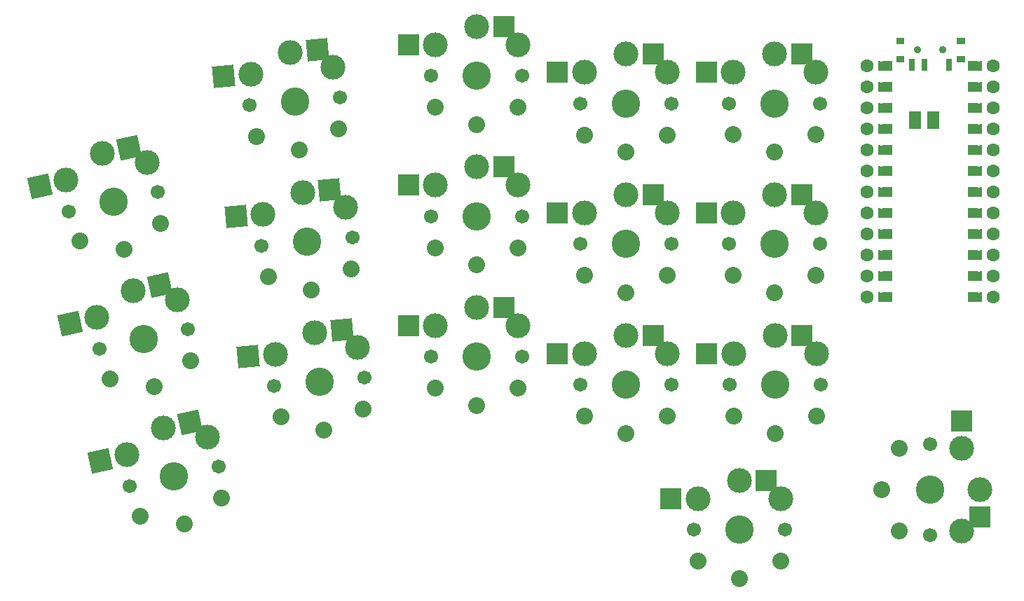
<source format=gbr>
G04 #@! TF.GenerationSoftware,KiCad,Pcbnew,6.0.0-d3dd2cf0fa~116~ubuntu20.04.1*
G04 #@! TF.CreationDate,2022-01-05T19:57:18-05:00*
G04 #@! TF.ProjectId,34_hs,33345f68-732e-46b6-9963-61645f706362,0.1*
G04 #@! TF.SameCoordinates,Original*
G04 #@! TF.FileFunction,Soldermask,Top*
G04 #@! TF.FilePolarity,Negative*
%FSLAX46Y46*%
G04 Gerber Fmt 4.6, Leading zero omitted, Abs format (unit mm)*
G04 Created by KiCad (PCBNEW 6.0.0-d3dd2cf0fa~116~ubuntu20.04.1) date 2022-01-05 19:57:18*
%MOMM*%
%LPD*%
G01*
G04 APERTURE LIST*
G04 Aperture macros list*
%AMRotRect*
0 Rectangle, with rotation*
0 The origin of the aperture is its center*
0 $1 length*
0 $2 width*
0 $3 Rotation angle, in degrees counterclockwise*
0 Add horizontal line*
21,1,$1,$2,0,0,$3*%
%AMFreePoly0*
4,1,6,0.600000,0.200000,0.000000,-0.400000,-0.600000,0.200000,-0.600000,0.400000,0.600000,0.400000,0.600000,0.200000,0.600000,0.200000,$1*%
%AMFreePoly1*
4,1,6,0.600000,-0.250000,-0.600000,-0.250000,-0.600000,1.000000,0.000000,0.400000,0.600000,1.000000,0.600000,-0.250000,0.600000,-0.250000,$1*%
G04 Aperture macros list end*
%ADD10C,0.100000*%
%ADD11C,1.701800*%
%ADD12C,3.000000*%
%ADD13C,3.429000*%
%ADD14C,2.032000*%
%ADD15RotRect,2.600000X2.600000X12.500000*%
%ADD16R,2.600000X2.600000*%
%ADD17C,1.600000*%
%ADD18FreePoly0,90.000000*%
%ADD19FreePoly0,270.000000*%
%ADD20FreePoly1,270.000000*%
%ADD21FreePoly1,90.000000*%
%ADD22RotRect,2.600000X2.600000X5.000000*%
%ADD23C,0.900000*%
G04 APERTURE END LIST*
D10*
X132829702Y-61386557D02*
X132829702Y-63386557D01*
X132829702Y-63386557D02*
X131429702Y-63386557D01*
X131429702Y-63386557D02*
X131429702Y-61386557D01*
X131429702Y-61386557D02*
X132829702Y-61386557D01*
G36*
X132829702Y-63386557D02*
G01*
X131429702Y-63386557D01*
X131429702Y-61386557D01*
X132829702Y-61386557D01*
X132829702Y-63386557D01*
G37*
X132829702Y-63386557D02*
X131429702Y-63386557D01*
X131429702Y-61386557D01*
X132829702Y-61386557D01*
X132829702Y-63386557D01*
X135028260Y-61386557D02*
X135028260Y-63386557D01*
X135028260Y-63386557D02*
X133628260Y-63386557D01*
X133628260Y-63386557D02*
X133628260Y-61386557D01*
X133628260Y-61386557D02*
X135028260Y-61386557D01*
G36*
X135028260Y-63386557D02*
G01*
X133628260Y-63386557D01*
X133628260Y-61386557D01*
X135028260Y-61386557D01*
X135028260Y-63386557D01*
G37*
X135028260Y-63386557D02*
X133628260Y-63386557D01*
X133628260Y-61386557D01*
X135028260Y-61386557D01*
X135028260Y-63386557D01*
X128912099Y-55347003D02*
X128912099Y-56363003D01*
X128912099Y-56363003D02*
X127896099Y-56363003D01*
X127896099Y-56363003D02*
X127896099Y-55347003D01*
X127896099Y-55347003D02*
X128912099Y-55347003D01*
G36*
X128912099Y-56363003D02*
G01*
X127896099Y-56363003D01*
X127896099Y-55347003D01*
X128912099Y-55347003D01*
X128912099Y-56363003D01*
G37*
X128912099Y-56363003D02*
X127896099Y-56363003D01*
X127896099Y-55347003D01*
X128912099Y-55347003D01*
X128912099Y-56363003D01*
X128912099Y-68047003D02*
X128912099Y-69063003D01*
X128912099Y-69063003D02*
X127896099Y-69063003D01*
X127896099Y-69063003D02*
X127896099Y-68047003D01*
X127896099Y-68047003D02*
X128912099Y-68047003D01*
G36*
X128912099Y-69063003D02*
G01*
X127896099Y-69063003D01*
X127896099Y-68047003D01*
X128912099Y-68047003D01*
X128912099Y-69063003D01*
G37*
X128912099Y-69063003D02*
X127896099Y-69063003D01*
X127896099Y-68047003D01*
X128912099Y-68047003D01*
X128912099Y-69063003D01*
X128912099Y-62967003D02*
X128912099Y-63983003D01*
X128912099Y-63983003D02*
X127896099Y-63983003D01*
X127896099Y-63983003D02*
X127896099Y-62967003D01*
X127896099Y-62967003D02*
X128912099Y-62967003D01*
G36*
X128912099Y-63983003D02*
G01*
X127896099Y-63983003D01*
X127896099Y-62967003D01*
X128912099Y-62967003D01*
X128912099Y-63983003D01*
G37*
X128912099Y-63983003D02*
X127896099Y-63983003D01*
X127896099Y-62967003D01*
X128912099Y-62967003D01*
X128912099Y-63983003D01*
X139072099Y-56363003D02*
X139072099Y-55347003D01*
X139072099Y-55347003D02*
X140088099Y-55347003D01*
X140088099Y-55347003D02*
X140088099Y-56363003D01*
X140088099Y-56363003D02*
X139072099Y-56363003D01*
G36*
X140088099Y-56363003D02*
G01*
X139072099Y-56363003D01*
X139072099Y-55347003D01*
X140088099Y-55347003D01*
X140088099Y-56363003D01*
G37*
X140088099Y-56363003D02*
X139072099Y-56363003D01*
X139072099Y-55347003D01*
X140088099Y-55347003D01*
X140088099Y-56363003D01*
X139072099Y-71603003D02*
X139072099Y-70587003D01*
X139072099Y-70587003D02*
X140088099Y-70587003D01*
X140088099Y-70587003D02*
X140088099Y-71603003D01*
X140088099Y-71603003D02*
X139072099Y-71603003D01*
G36*
X140088099Y-71603003D02*
G01*
X139072099Y-71603003D01*
X139072099Y-70587003D01*
X140088099Y-70587003D01*
X140088099Y-71603003D01*
G37*
X140088099Y-71603003D02*
X139072099Y-71603003D01*
X139072099Y-70587003D01*
X140088099Y-70587003D01*
X140088099Y-71603003D01*
X128912099Y-70587003D02*
X128912099Y-71603003D01*
X128912099Y-71603003D02*
X127896099Y-71603003D01*
X127896099Y-71603003D02*
X127896099Y-70587003D01*
X127896099Y-70587003D02*
X128912099Y-70587003D01*
G36*
X128912099Y-71603003D02*
G01*
X127896099Y-71603003D01*
X127896099Y-70587003D01*
X128912099Y-70587003D01*
X128912099Y-71603003D01*
G37*
X128912099Y-71603003D02*
X127896099Y-71603003D01*
X127896099Y-70587003D01*
X128912099Y-70587003D01*
X128912099Y-71603003D01*
X139072099Y-76683003D02*
X139072099Y-75667003D01*
X139072099Y-75667003D02*
X140088099Y-75667003D01*
X140088099Y-75667003D02*
X140088099Y-76683003D01*
X140088099Y-76683003D02*
X139072099Y-76683003D01*
G36*
X140088099Y-76683003D02*
G01*
X139072099Y-76683003D01*
X139072099Y-75667003D01*
X140088099Y-75667003D01*
X140088099Y-76683003D01*
G37*
X140088099Y-76683003D02*
X139072099Y-76683003D01*
X139072099Y-75667003D01*
X140088099Y-75667003D01*
X140088099Y-76683003D01*
X139072099Y-69063003D02*
X139072099Y-68047003D01*
X139072099Y-68047003D02*
X140088099Y-68047003D01*
X140088099Y-68047003D02*
X140088099Y-69063003D01*
X140088099Y-69063003D02*
X139072099Y-69063003D01*
G36*
X140088099Y-69063003D02*
G01*
X139072099Y-69063003D01*
X139072099Y-68047003D01*
X140088099Y-68047003D01*
X140088099Y-69063003D01*
G37*
X140088099Y-69063003D02*
X139072099Y-69063003D01*
X139072099Y-68047003D01*
X140088099Y-68047003D01*
X140088099Y-69063003D01*
X128912099Y-75667003D02*
X128912099Y-76683003D01*
X128912099Y-76683003D02*
X127896099Y-76683003D01*
X127896099Y-76683003D02*
X127896099Y-75667003D01*
X127896099Y-75667003D02*
X128912099Y-75667003D01*
G36*
X128912099Y-76683003D02*
G01*
X127896099Y-76683003D01*
X127896099Y-75667003D01*
X128912099Y-75667003D01*
X128912099Y-76683003D01*
G37*
X128912099Y-76683003D02*
X127896099Y-76683003D01*
X127896099Y-75667003D01*
X128912099Y-75667003D01*
X128912099Y-76683003D01*
X128912099Y-57887003D02*
X128912099Y-58903003D01*
X128912099Y-58903003D02*
X127896099Y-58903003D01*
X127896099Y-58903003D02*
X127896099Y-57887003D01*
X127896099Y-57887003D02*
X128912099Y-57887003D01*
G36*
X128912099Y-58903003D02*
G01*
X127896099Y-58903003D01*
X127896099Y-57887003D01*
X128912099Y-57887003D01*
X128912099Y-58903003D01*
G37*
X128912099Y-58903003D02*
X127896099Y-58903003D01*
X127896099Y-57887003D01*
X128912099Y-57887003D01*
X128912099Y-58903003D01*
X139072099Y-61443003D02*
X139072099Y-60427003D01*
X139072099Y-60427003D02*
X140088099Y-60427003D01*
X140088099Y-60427003D02*
X140088099Y-61443003D01*
X140088099Y-61443003D02*
X139072099Y-61443003D01*
G36*
X140088099Y-61443003D02*
G01*
X139072099Y-61443003D01*
X139072099Y-60427003D01*
X140088099Y-60427003D01*
X140088099Y-61443003D01*
G37*
X140088099Y-61443003D02*
X139072099Y-61443003D01*
X139072099Y-60427003D01*
X140088099Y-60427003D01*
X140088099Y-61443003D01*
X128912099Y-73127003D02*
X128912099Y-74143003D01*
X128912099Y-74143003D02*
X127896099Y-74143003D01*
X127896099Y-74143003D02*
X127896099Y-73127003D01*
X127896099Y-73127003D02*
X128912099Y-73127003D01*
G36*
X128912099Y-74143003D02*
G01*
X127896099Y-74143003D01*
X127896099Y-73127003D01*
X128912099Y-73127003D01*
X128912099Y-74143003D01*
G37*
X128912099Y-74143003D02*
X127896099Y-74143003D01*
X127896099Y-73127003D01*
X128912099Y-73127003D01*
X128912099Y-74143003D01*
X139072099Y-66523003D02*
X139072099Y-65507003D01*
X139072099Y-65507003D02*
X140088099Y-65507003D01*
X140088099Y-65507003D02*
X140088099Y-66523003D01*
X140088099Y-66523003D02*
X139072099Y-66523003D01*
G36*
X140088099Y-66523003D02*
G01*
X139072099Y-66523003D01*
X139072099Y-65507003D01*
X140088099Y-65507003D01*
X140088099Y-66523003D01*
G37*
X140088099Y-66523003D02*
X139072099Y-66523003D01*
X139072099Y-65507003D01*
X140088099Y-65507003D01*
X140088099Y-66523003D01*
X128912099Y-60427003D02*
X128912099Y-61443003D01*
X128912099Y-61443003D02*
X127896099Y-61443003D01*
X127896099Y-61443003D02*
X127896099Y-60427003D01*
X127896099Y-60427003D02*
X128912099Y-60427003D01*
G36*
X128912099Y-61443003D02*
G01*
X127896099Y-61443003D01*
X127896099Y-60427003D01*
X128912099Y-60427003D01*
X128912099Y-61443003D01*
G37*
X128912099Y-61443003D02*
X127896099Y-61443003D01*
X127896099Y-60427003D01*
X128912099Y-60427003D01*
X128912099Y-61443003D01*
X128912099Y-80747003D02*
X128912099Y-81763003D01*
X128912099Y-81763003D02*
X127896099Y-81763003D01*
X127896099Y-81763003D02*
X127896099Y-80747003D01*
X127896099Y-80747003D02*
X128912099Y-80747003D01*
G36*
X128912099Y-81763003D02*
G01*
X127896099Y-81763003D01*
X127896099Y-80747003D01*
X128912099Y-80747003D01*
X128912099Y-81763003D01*
G37*
X128912099Y-81763003D02*
X127896099Y-81763003D01*
X127896099Y-80747003D01*
X128912099Y-80747003D01*
X128912099Y-81763003D01*
X139072099Y-58903003D02*
X139072099Y-57887003D01*
X139072099Y-57887003D02*
X140088099Y-57887003D01*
X140088099Y-57887003D02*
X140088099Y-58903003D01*
X140088099Y-58903003D02*
X139072099Y-58903003D01*
G36*
X140088099Y-58903003D02*
G01*
X139072099Y-58903003D01*
X139072099Y-57887003D01*
X140088099Y-57887003D01*
X140088099Y-58903003D01*
G37*
X140088099Y-58903003D02*
X139072099Y-58903003D01*
X139072099Y-57887003D01*
X140088099Y-57887003D01*
X140088099Y-58903003D01*
X139072099Y-79223003D02*
X139072099Y-78207003D01*
X139072099Y-78207003D02*
X140088099Y-78207003D01*
X140088099Y-78207003D02*
X140088099Y-79223003D01*
X140088099Y-79223003D02*
X139072099Y-79223003D01*
G36*
X140088099Y-79223003D02*
G01*
X139072099Y-79223003D01*
X139072099Y-78207003D01*
X140088099Y-78207003D01*
X140088099Y-79223003D01*
G37*
X140088099Y-79223003D02*
X139072099Y-79223003D01*
X139072099Y-78207003D01*
X140088099Y-78207003D01*
X140088099Y-79223003D01*
X139072099Y-84303003D02*
X139072099Y-83287003D01*
X139072099Y-83287003D02*
X140088099Y-83287003D01*
X140088099Y-83287003D02*
X140088099Y-84303003D01*
X140088099Y-84303003D02*
X139072099Y-84303003D01*
G36*
X140088099Y-84303003D02*
G01*
X139072099Y-84303003D01*
X139072099Y-83287003D01*
X140088099Y-83287003D01*
X140088099Y-84303003D01*
G37*
X140088099Y-84303003D02*
X139072099Y-84303003D01*
X139072099Y-83287003D01*
X140088099Y-83287003D01*
X140088099Y-84303003D01*
X139072099Y-74143003D02*
X139072099Y-73127003D01*
X139072099Y-73127003D02*
X140088099Y-73127003D01*
X140088099Y-73127003D02*
X140088099Y-74143003D01*
X140088099Y-74143003D02*
X139072099Y-74143003D01*
G36*
X140088099Y-74143003D02*
G01*
X139072099Y-74143003D01*
X139072099Y-73127003D01*
X140088099Y-73127003D01*
X140088099Y-74143003D01*
G37*
X140088099Y-74143003D02*
X139072099Y-74143003D01*
X139072099Y-73127003D01*
X140088099Y-73127003D01*
X140088099Y-74143003D01*
X128912099Y-83287003D02*
X128912099Y-84303003D01*
X128912099Y-84303003D02*
X127896099Y-84303003D01*
X127896099Y-84303003D02*
X127896099Y-83287003D01*
X127896099Y-83287003D02*
X128912099Y-83287003D01*
G36*
X128912099Y-84303003D02*
G01*
X127896099Y-84303003D01*
X127896099Y-83287003D01*
X128912099Y-83287003D01*
X128912099Y-84303003D01*
G37*
X128912099Y-84303003D02*
X127896099Y-84303003D01*
X127896099Y-83287003D01*
X128912099Y-83287003D01*
X128912099Y-84303003D01*
X139072099Y-81763003D02*
X139072099Y-80747003D01*
X139072099Y-80747003D02*
X140088099Y-80747003D01*
X140088099Y-80747003D02*
X140088099Y-81763003D01*
X140088099Y-81763003D02*
X139072099Y-81763003D01*
G36*
X140088099Y-81763003D02*
G01*
X139072099Y-81763003D01*
X139072099Y-80747003D01*
X140088099Y-80747003D01*
X140088099Y-81763003D01*
G37*
X140088099Y-81763003D02*
X139072099Y-81763003D01*
X139072099Y-80747003D01*
X140088099Y-80747003D01*
X140088099Y-81763003D01*
X139072099Y-63983003D02*
X139072099Y-62967003D01*
X139072099Y-62967003D02*
X140088099Y-62967003D01*
X140088099Y-62967003D02*
X140088099Y-63983003D01*
X140088099Y-63983003D02*
X139072099Y-63983003D01*
G36*
X140088099Y-63983003D02*
G01*
X139072099Y-63983003D01*
X139072099Y-62967003D01*
X140088099Y-62967003D01*
X140088099Y-63983003D01*
G37*
X140088099Y-63983003D02*
X139072099Y-63983003D01*
X139072099Y-62967003D01*
X140088099Y-62967003D01*
X140088099Y-63983003D01*
X128912099Y-78207003D02*
X128912099Y-79223003D01*
X128912099Y-79223003D02*
X127896099Y-79223003D01*
X127896099Y-79223003D02*
X127896099Y-78207003D01*
X127896099Y-78207003D02*
X128912099Y-78207003D01*
G36*
X128912099Y-79223003D02*
G01*
X127896099Y-79223003D01*
X127896099Y-78207003D01*
X128912099Y-78207003D01*
X128912099Y-79223003D01*
G37*
X128912099Y-79223003D02*
X127896099Y-79223003D01*
X127896099Y-78207003D01*
X128912099Y-78207003D01*
X128912099Y-79223003D01*
X128912099Y-65507003D02*
X128912099Y-66523003D01*
X128912099Y-66523003D02*
X127896099Y-66523003D01*
X127896099Y-66523003D02*
X127896099Y-65507003D01*
X127896099Y-65507003D02*
X128912099Y-65507003D01*
G36*
X128912099Y-66523003D02*
G01*
X127896099Y-66523003D01*
X127896099Y-65507003D01*
X128912099Y-65507003D01*
X128912099Y-66523003D01*
G37*
X128912099Y-66523003D02*
X127896099Y-66523003D01*
X127896099Y-65507003D01*
X128912099Y-65507003D01*
X128912099Y-66523003D01*
X136550576Y-55011813D02*
X136550576Y-56411813D01*
X136550576Y-56411813D02*
X135950576Y-56411813D01*
X135950576Y-56411813D02*
X135950576Y-55011813D01*
X135950576Y-55011813D02*
X136550576Y-55011813D01*
G36*
X136550576Y-56411813D02*
G01*
X135950576Y-56411813D01*
X135950576Y-55011813D01*
X136550576Y-55011813D01*
X136550576Y-56411813D01*
G37*
X136550576Y-56411813D02*
X135950576Y-56411813D01*
X135950576Y-55011813D01*
X136550576Y-55011813D01*
X136550576Y-56411813D01*
X130800576Y-52511813D02*
X130800576Y-53211813D01*
X130800576Y-53211813D02*
X129900576Y-53211813D01*
X129900576Y-53211813D02*
X129900576Y-52511813D01*
X129900576Y-52511813D02*
X130800576Y-52511813D01*
G36*
X130800576Y-53211813D02*
G01*
X129900576Y-53211813D01*
X129900576Y-52511813D01*
X130800576Y-52511813D01*
X130800576Y-53211813D01*
G37*
X130800576Y-53211813D02*
X129900576Y-53211813D01*
X129900576Y-52511813D01*
X130800576Y-52511813D01*
X130800576Y-53211813D01*
X133550576Y-55011813D02*
X133550576Y-56411813D01*
X133550576Y-56411813D02*
X132950576Y-56411813D01*
X132950576Y-56411813D02*
X132950576Y-55011813D01*
X132950576Y-55011813D02*
X133550576Y-55011813D01*
G36*
X133550576Y-56411813D02*
G01*
X132950576Y-56411813D01*
X132950576Y-55011813D01*
X133550576Y-55011813D01*
X133550576Y-56411813D01*
G37*
X133550576Y-56411813D02*
X132950576Y-56411813D01*
X132950576Y-55011813D01*
X133550576Y-55011813D01*
X133550576Y-56411813D01*
X138100576Y-54711813D02*
X138100576Y-55411813D01*
X138100576Y-55411813D02*
X137200576Y-55411813D01*
X137200576Y-55411813D02*
X137200576Y-54711813D01*
X137200576Y-54711813D02*
X138100576Y-54711813D01*
G36*
X138100576Y-55411813D02*
G01*
X137200576Y-55411813D01*
X137200576Y-54711813D01*
X138100576Y-54711813D01*
X138100576Y-55411813D01*
G37*
X138100576Y-55411813D02*
X137200576Y-55411813D01*
X137200576Y-54711813D01*
X138100576Y-54711813D01*
X138100576Y-55411813D01*
X138100576Y-52511813D02*
X138100576Y-53211813D01*
X138100576Y-53211813D02*
X137200576Y-53211813D01*
X137200576Y-53211813D02*
X137200576Y-52511813D01*
X137200576Y-52511813D02*
X138100576Y-52511813D01*
G36*
X138100576Y-53211813D02*
G01*
X137200576Y-53211813D01*
X137200576Y-52511813D01*
X138100576Y-52511813D01*
X138100576Y-53211813D01*
G37*
X138100576Y-53211813D02*
X137200576Y-53211813D01*
X137200576Y-52511813D01*
X138100576Y-52511813D01*
X138100576Y-53211813D01*
X132050576Y-55011813D02*
X132050576Y-56411813D01*
X132050576Y-56411813D02*
X131450576Y-56411813D01*
X131450576Y-56411813D02*
X131450576Y-55011813D01*
X131450576Y-55011813D02*
X132050576Y-55011813D01*
G36*
X132050576Y-56411813D02*
G01*
X131450576Y-56411813D01*
X131450576Y-55011813D01*
X132050576Y-55011813D01*
X132050576Y-56411813D01*
G37*
X132050576Y-56411813D02*
X131450576Y-56411813D01*
X131450576Y-55011813D01*
X132050576Y-55011813D01*
X132050576Y-56411813D01*
X130800576Y-54711813D02*
X130800576Y-55411813D01*
X130800576Y-55411813D02*
X129900576Y-55411813D01*
X129900576Y-55411813D02*
X129900576Y-54711813D01*
X129900576Y-54711813D02*
X130800576Y-54711813D01*
G36*
X130800576Y-55411813D02*
G01*
X129900576Y-55411813D01*
X129900576Y-54711813D01*
X130800576Y-54711813D01*
X130800576Y-55411813D01*
G37*
X130800576Y-55411813D02*
X129900576Y-55411813D01*
X129900576Y-54711813D01*
X130800576Y-54711813D01*
X130800576Y-55411813D01*
D11*
X44358628Y-87709582D03*
D12*
X43058831Y-84156692D03*
X33295871Y-86321088D03*
D13*
X38989000Y-88900000D03*
D12*
X37701184Y-83091039D03*
D11*
X33619372Y-90090418D03*
D14*
X40265994Y-94660146D03*
D15*
X40898554Y-82382199D03*
X30098502Y-87029928D03*
D14*
X44692951Y-91527727D03*
X34929990Y-93692123D03*
D11*
X40679152Y-71112557D03*
D12*
X29616395Y-69724063D03*
D11*
X29939896Y-73493393D03*
D12*
X39379355Y-67559667D03*
X34021708Y-66494014D03*
D13*
X35309524Y-72302975D03*
D15*
X37219078Y-65785174D03*
D14*
X36586518Y-78063121D03*
D15*
X26419026Y-70432903D03*
D14*
X31250514Y-77095098D03*
X41013475Y-74930702D03*
D11*
X84744393Y-57058851D03*
D12*
X74244393Y-53308851D03*
X79244393Y-51108851D03*
X84244393Y-53308851D03*
D11*
X73744393Y-57058851D03*
D13*
X79244393Y-57058851D03*
D14*
X79244393Y-62958851D03*
D16*
X82519393Y-51108851D03*
D14*
X74244393Y-60858851D03*
X84244393Y-60858851D03*
D16*
X70969393Y-53308851D03*
D12*
X115225004Y-71474999D03*
X110225004Y-73674999D03*
D11*
X109725004Y-77424999D03*
D13*
X115225004Y-77424999D03*
D11*
X120725004Y-77424999D03*
D12*
X120225004Y-73674999D03*
D16*
X118500004Y-71474999D03*
D14*
X115225004Y-83324999D03*
X120225004Y-81224999D03*
D16*
X106950004Y-73674999D03*
D14*
X110225004Y-81224999D03*
D13*
X115225000Y-60425000D03*
D11*
X109725000Y-60425000D03*
D12*
X120225000Y-56675000D03*
X110225000Y-56675000D03*
D11*
X120725000Y-60425000D03*
D12*
X115225000Y-54475000D03*
D16*
X118500000Y-54475000D03*
D14*
X115225000Y-66325000D03*
D16*
X106950000Y-56675000D03*
D14*
X120225000Y-64225000D03*
X110225000Y-64225000D03*
D17*
X126372099Y-55855003D03*
X141612099Y-66015003D03*
D18*
X128150099Y-63475003D03*
D19*
X139834099Y-73635003D03*
D17*
X141612099Y-60935003D03*
X126372099Y-63475003D03*
X126372099Y-68555003D03*
D18*
X128150099Y-78715003D03*
X128150099Y-83795003D03*
D17*
X141612099Y-71095003D03*
D18*
X128150099Y-76175003D03*
D17*
X141612099Y-83795003D03*
D19*
X139834099Y-78715003D03*
D18*
X128150099Y-68555003D03*
X128150099Y-71095003D03*
D17*
X126372099Y-58395003D03*
X141612099Y-76175003D03*
D18*
X128150099Y-55855003D03*
D17*
X141612099Y-68555003D03*
X141612099Y-55855003D03*
D18*
X128150099Y-58395003D03*
X128150099Y-81255003D03*
D19*
X139834099Y-81255003D03*
D17*
X141612099Y-73635003D03*
X141612099Y-63475003D03*
X126372099Y-60935003D03*
D18*
X128150099Y-66015003D03*
D19*
X139834099Y-71095003D03*
D17*
X126372099Y-81255003D03*
X126372099Y-71095003D03*
D18*
X128150099Y-60935003D03*
D17*
X126372099Y-78715003D03*
D19*
X139834099Y-66015003D03*
D17*
X141612099Y-58395003D03*
D19*
X139834099Y-60935003D03*
D17*
X126372099Y-66015003D03*
D19*
X139834099Y-63475003D03*
D17*
X126372099Y-76175003D03*
D19*
X139834099Y-58395003D03*
D17*
X126372099Y-83795003D03*
D19*
X139834099Y-55855003D03*
D17*
X126372099Y-73635003D03*
D19*
X139834099Y-76175003D03*
D17*
X141612099Y-81255003D03*
D19*
X139834099Y-83795003D03*
D18*
X128150099Y-73635003D03*
D19*
X139834099Y-68555003D03*
D17*
X141612099Y-78715003D03*
D20*
X138818099Y-55855003D03*
X138818099Y-58395003D03*
X138818099Y-60935003D03*
X138818099Y-63475003D03*
X138818099Y-66015003D03*
X138818099Y-68555003D03*
X138818099Y-71095003D03*
X138818099Y-73635003D03*
X138818099Y-76175003D03*
X138818099Y-78715003D03*
X138818099Y-81255003D03*
X138818099Y-83795003D03*
D21*
X129166099Y-83795003D03*
X129166099Y-81255003D03*
X129166099Y-78715003D03*
X129166099Y-76175003D03*
X129166099Y-73635003D03*
X129166099Y-71095003D03*
X129166099Y-68555003D03*
X129166099Y-66015003D03*
X129166099Y-63475003D03*
X129166099Y-60935003D03*
X129166099Y-58395003D03*
X129166099Y-55855003D03*
D13*
X97233093Y-94427566D03*
D12*
X92233093Y-90677566D03*
D11*
X102733093Y-94427566D03*
D12*
X97233093Y-88477566D03*
X102233093Y-90677566D03*
D11*
X91733093Y-94427566D03*
D14*
X97233093Y-100327566D03*
D16*
X100508093Y-88477566D03*
X88958093Y-90677566D03*
D14*
X92233093Y-98227566D03*
X102233093Y-98227566D03*
D12*
X92233093Y-73677564D03*
X97233093Y-71477564D03*
D11*
X102733093Y-77427564D03*
D13*
X97233093Y-77427564D03*
D12*
X102233093Y-73677564D03*
D11*
X91733093Y-77427564D03*
D14*
X97233093Y-83327564D03*
D16*
X100508093Y-71477564D03*
D14*
X102233093Y-81227564D03*
X92233093Y-81227564D03*
D16*
X88958093Y-73677564D03*
D13*
X134025000Y-107096575D03*
D12*
X137775000Y-102096575D03*
X139975000Y-107096575D03*
X137775000Y-112096575D03*
D11*
X134025000Y-112596575D03*
X134025000Y-101596575D03*
D16*
X139975000Y-110371575D03*
D14*
X128125000Y-107096575D03*
X130225000Y-112096575D03*
D16*
X137775000Y-98821575D03*
D14*
X130225000Y-102096575D03*
D11*
X102733086Y-60427567D03*
D12*
X97233086Y-54477567D03*
D11*
X91733086Y-60427567D03*
D12*
X92233086Y-56677567D03*
X102233086Y-56677567D03*
D13*
X97233086Y-60427567D03*
D14*
X97233086Y-66327567D03*
D16*
X100508086Y-54477567D03*
D14*
X92233086Y-64227567D03*
X102233086Y-64227567D03*
D16*
X88958086Y-56677567D03*
D13*
X110925000Y-111925000D03*
D12*
X110925000Y-105975000D03*
X105925000Y-108175000D03*
X115925000Y-108175000D03*
D11*
X116425000Y-111925000D03*
X105425000Y-111925000D03*
D14*
X110925000Y-117825000D03*
D16*
X114200000Y-105975000D03*
D14*
X105925000Y-115725000D03*
X115925000Y-115725000D03*
D16*
X102650000Y-108175000D03*
D12*
X59683573Y-88133851D03*
D11*
X54723079Y-94540566D03*
D12*
X64856289Y-89889700D03*
X54894342Y-90761258D03*
D11*
X65681221Y-93581852D03*
D13*
X60202150Y-94061209D03*
D22*
X62946111Y-87848415D03*
D14*
X60716369Y-99938758D03*
X55552368Y-98282528D03*
X65514315Y-97410970D03*
D22*
X51631805Y-91046693D03*
D13*
X79244382Y-91058862D03*
D11*
X84744382Y-91058862D03*
D12*
X79244382Y-85108862D03*
X74244382Y-87308862D03*
X84244382Y-87308862D03*
D11*
X73744382Y-91058862D03*
D14*
X79244382Y-96958862D03*
D16*
X82519382Y-85108862D03*
D14*
X84244382Y-94858862D03*
X74244382Y-94858862D03*
D16*
X70969382Y-87308862D03*
D12*
X53412694Y-73825950D03*
X58201925Y-71198543D03*
D11*
X53241431Y-77605258D03*
X64199573Y-76646544D03*
D13*
X58720502Y-77125901D03*
D12*
X63374641Y-72954392D03*
D14*
X59234721Y-83003450D03*
D22*
X61464463Y-70913107D03*
D14*
X64032667Y-80475662D03*
D22*
X50150157Y-74111385D03*
D14*
X54070720Y-81347220D03*
D12*
X56720283Y-54263227D03*
X61892999Y-56019076D03*
D11*
X51759789Y-60669942D03*
X62717931Y-59711228D03*
D12*
X51931052Y-56890634D03*
D13*
X57238860Y-60190585D03*
D22*
X59982821Y-53977791D03*
D14*
X57753079Y-66068134D03*
X62551025Y-63540346D03*
D22*
X48668515Y-57176069D03*
D14*
X52589078Y-64411904D03*
D23*
X135500576Y-53961813D03*
X132500576Y-53961813D03*
X135500576Y-53961813D03*
X132500576Y-53961813D03*
D11*
X48033771Y-104307229D03*
D13*
X42664143Y-105497647D03*
D12*
X41376327Y-99688686D03*
X36971014Y-102918735D03*
X46733974Y-100754339D03*
D11*
X37294515Y-106688065D03*
D15*
X44573697Y-98979846D03*
D14*
X43941137Y-111257793D03*
X38605133Y-110289770D03*
X48368094Y-108125374D03*
D15*
X33773645Y-103627575D03*
D12*
X79244389Y-68108851D03*
D11*
X84744389Y-74058851D03*
D12*
X74244389Y-70308851D03*
D13*
X79244389Y-74058851D03*
D12*
X84244389Y-70308851D03*
D11*
X73744389Y-74058851D03*
D14*
X79244389Y-79958851D03*
D16*
X82519389Y-68108851D03*
D14*
X74244389Y-77858851D03*
D16*
X70969389Y-70308851D03*
D14*
X84244389Y-77858851D03*
D13*
X115241911Y-94422430D03*
D12*
X115241911Y-88472430D03*
D11*
X109741911Y-94422430D03*
X120741911Y-94422430D03*
D12*
X110241911Y-90672430D03*
X120241911Y-90672430D03*
D14*
X115241911Y-100322430D03*
D16*
X118516911Y-88472430D03*
X106966911Y-90672430D03*
D14*
X110241911Y-98222430D03*
X120241911Y-98222430D03*
M02*

</source>
